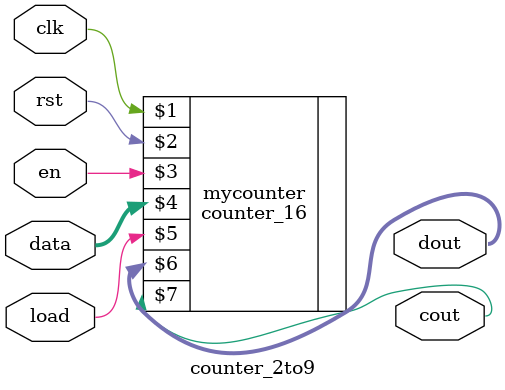
<source format=v>
module counter_2to9(
   input clk,
   input rst,
   input en,
   input [3:0]data,
   input load,
   output [3:0]dout,
   output cout
   );

   counter_16 #(2,9) mycounter(clk,rst,en,data,load,dout,cout);

endmodule

</source>
